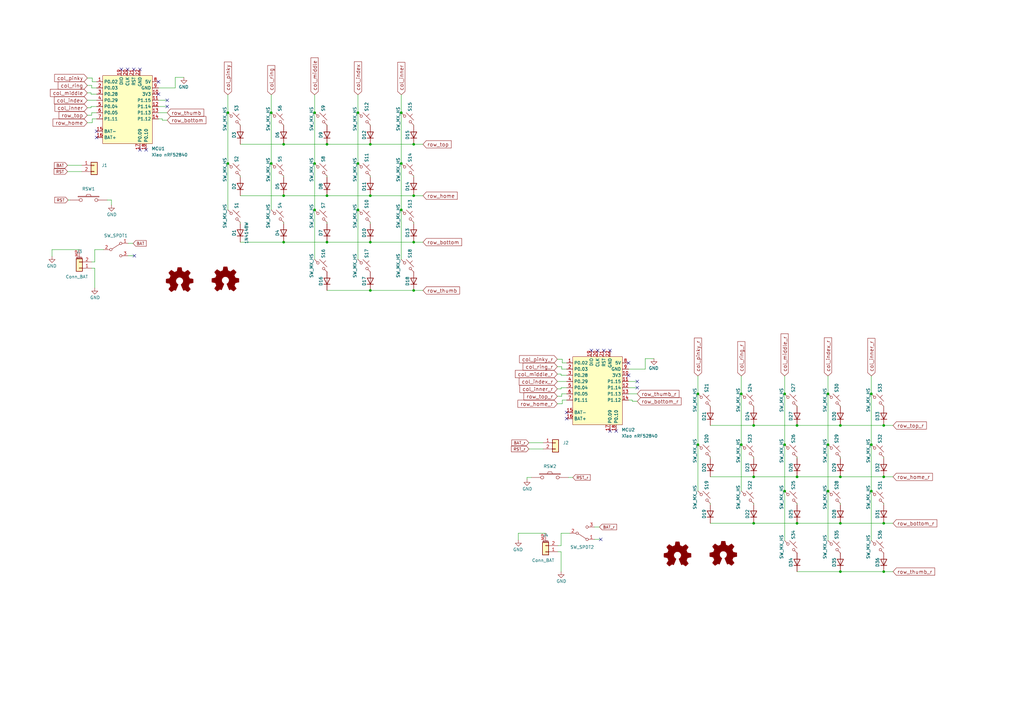
<source format=kicad_sch>
(kicad_sch (version 20231120) (generator "eeschema") (generator_version "8.0")
  (paper "A3")
  (junction (at 357.378 201.422))
  (junction (at 357.378 161.544))
  (junction (at 93.472 46.228))
  (junction (at 321.818 201.422))
  (junction (at 111.252 67.056))
  (junction (at 111.252 46.228))
  (junction (at 286.258 161.544))
  (junction (at 344.678 214.63))
  (junction (at 151.892 80.264))
  (junction (at 164.592 86.106))
  (junction (at 344.678 234.442))
  (junction (at 326.898 174.498))
  (junction (at 129.032 46.228))
  (junction (at 134.112 59.182))
  (junction (at 326.898 195.58))
  (junction (at 116.332 80.264))
  (junction (at 339.598 161.544))
  (junction (at 326.898 214.63))
  (junction (at 151.892 59.182))
  (junction (at 362.458 214.63))
  (junction (at 362.458 195.58))
  (junction (at 309.118 214.63))
  (junction (at 362.458 174.498))
  (junction (at 93.472 67.056))
  (junction (at 304.038 161.544))
  (junction (at 116.332 99.314))
  (junction (at 151.892 99.314))
  (junction (at 164.592 46.228))
  (junction (at 146.812 46.228))
  (junction (at 321.818 161.544))
  (junction (at 344.678 174.498))
  (junction (at 169.672 80.264))
  (junction (at 129.032 86.106))
  (junction (at 116.332 59.182))
  (junction (at 169.672 59.182))
  (junction (at 339.598 201.422))
  (junction (at 286.258 182.372))
  (junction (at 321.818 182.372))
  (junction (at 151.892 119.126))
  (junction (at 169.672 99.314))
  (junction (at 164.592 67.056))
  (junction (at 134.112 99.314))
  (junction (at 129.032 67.056))
  (junction (at 134.112 80.264))
  (junction (at 169.672 119.126))
  (junction (at 146.812 67.056))
  (junction (at 146.812 86.106))
  (junction (at 309.118 195.58))
  (junction (at 309.118 174.498))
  (junction (at 344.678 195.58))
  (junction (at 362.458 234.442))
  (junction (at 339.598 182.372))
  (junction (at 357.378 182.372))
  (junction (at 304.038 182.372))
  (no_connect (at 232.41 171.704))
  (no_connect (at 52.324 28.448))
  (no_connect (at 68.58 43.688))
  (no_connect (at 39.624 53.848))
  (no_connect (at 68.58 41.148))
  (no_connect (at 252.73 176.784))
  (no_connect (at 261.366 159.004))
  (no_connect (at 49.784 28.448))
  (no_connect (at 57.404 61.468))
  (no_connect (at 55.118 104.902))
  (no_connect (at 232.41 169.164))
  (no_connect (at 242.57 143.764))
  (no_connect (at 245.11 143.764))
  (no_connect (at 261.366 156.464))
  (no_connect (at 246.38 221.234))
  (no_connect (at 65.024 33.528))
  (no_connect (at 59.944 61.468))
  (no_connect (at 57.404 28.448))
  (no_connect (at 247.65 143.764))
  (no_connect (at 257.81 153.924))
  (no_connect (at 250.19 143.764))
  (no_connect (at 257.81 148.844))
  (no_connect (at 39.624 56.388))
  (no_connect (at 65.024 38.608))
  (no_connect (at 54.864 28.448))
  (no_connect (at 250.19 176.784))
  (wire (pts (xy 164.592 46.228) (xy 164.592 67.056)))
  (wire (pts (xy 344.678 195.58) (xy 362.458 195.58)))
  (wire (pts (xy 243.84 216.154) (xy 245.872 216.154)))
  (wire (pts (xy 169.672 80.264) (xy 173.482 80.264)))
  (wire (pts (xy 339.598 182.372) (xy 339.598 201.422)))
  (wire (pts (xy 111.252 46.228) (xy 111.252 67.056)))
  (wire (pts (xy 98.552 51.308) (xy 98.552 51.562)))
  (wire (pts (xy 164.592 38.862) (xy 164.592 46.228)))
  (wire (pts (xy 344.678 166.624) (xy 344.678 166.878)))
  (wire (pts (xy 164.592 67.056) (xy 164.592 86.106)))
  (wire (pts (xy 37.592 47.244) (xy 37.592 46.228)))
  (wire (pts (xy 309.118 206.502) (xy 309.118 207.01)))
  (wire (pts (xy 357.378 201.422) (xy 357.378 221.742)))
  (wire (pts (xy 309.118 214.63) (xy 326.898 214.63)))
  (wire (pts (xy 326.898 214.63) (xy 344.678 214.63)))
  (wire (pts (xy 228.6 150.368) (xy 230.378 150.368)))
  (wire (pts (xy 230.124 226.314) (xy 230.124 234.442)))
  (wire (pts (xy 321.818 182.372) (xy 321.818 201.422)))
  (wire (pts (xy 66.548 48.768) (xy 65.024 48.768)))
  (wire (pts (xy 362.458 166.624) (xy 362.458 166.878)))
  (wire (pts (xy 344.678 234.442) (xy 362.458 234.442)))
  (wire (pts (xy 259.334 164.084) (xy 257.81 164.084)))
  (wire (pts (xy 164.592 86.106) (xy 164.592 106.426)))
  (wire (pts (xy 37.592 36.068) (xy 39.624 36.068)))
  (wire (pts (xy 37.846 50.292) (xy 37.846 48.768)))
  (wire (pts (xy 169.672 91.186) (xy 169.672 91.694)))
  (wire (pts (xy 321.818 201.422) (xy 321.818 221.742)))
  (wire (pts (xy 169.672 99.314) (xy 173.482 99.314)))
  (wire (pts (xy 93.472 67.056) (xy 93.472 86.106)))
  (wire (pts (xy 264.668 151.384) (xy 257.81 151.384)))
  (wire (pts (xy 326.898 187.452) (xy 326.898 187.96)))
  (wire (pts (xy 344.678 214.63) (xy 362.458 214.63)))
  (wire (pts (xy 37.338 44.196) (xy 37.338 43.688)))
  (wire (pts (xy 134.112 80.264) (xy 151.892 80.264)))
  (wire (pts (xy 37.338 38.1) (xy 37.338 38.608)))
  (wire (pts (xy 216.916 184.15) (xy 222.758 184.15)))
  (wire (pts (xy 362.458 195.58) (xy 366.268 195.58)))
  (wire (pts (xy 230.378 150.368) (xy 230.378 151.384)))
  (wire (pts (xy 304.038 182.372) (xy 304.038 201.422)))
  (wire (pts (xy 344.678 187.452) (xy 344.678 187.96)))
  (wire (pts (xy 68.58 41.148) (xy 65.024 41.148)))
  (wire (pts (xy 27.94 82.042) (xy 28.702 82.042)))
  (wire (pts (xy 291.338 187.452) (xy 291.338 187.96)))
  (wire (pts (xy 326.898 206.502) (xy 326.898 207.01)))
  (wire (pts (xy 116.332 80.264) (xy 134.112 80.264)))
  (wire (pts (xy 111.252 67.056) (xy 111.252 86.106)))
  (wire (pts (xy 169.672 59.182) (xy 173.482 59.182)))
  (wire (pts (xy 129.032 46.228) (xy 129.032 67.056)))
  (wire (pts (xy 151.892 80.264) (xy 169.672 80.264)))
  (wire (pts (xy 35.814 44.196) (xy 37.338 44.196)))
  (wire (pts (xy 21.336 102.362) (xy 21.336 105.156)))
  (wire (pts (xy 326.898 234.442) (xy 344.678 234.442)))
  (wire (pts (xy 93.472 46.228) (xy 93.472 67.056)))
  (wire (pts (xy 111.252 38.862) (xy 111.252 46.228)))
  (wire (pts (xy 261.366 161.544) (xy 257.81 161.544)))
  (wire (pts (xy 223.774 218.694) (xy 212.598 218.694)))
  (wire (pts (xy 357.378 182.372) (xy 357.378 201.422)))
  (wire (pts (xy 362.458 206.502) (xy 362.458 207.01)))
  (wire (pts (xy 38.862 109.982) (xy 37.592 109.982)))
  (wire (pts (xy 357.378 154.178) (xy 357.378 161.544)))
  (wire (pts (xy 55.118 104.902) (xy 52.578 104.902)))
  (wire (pts (xy 93.472 38.862) (xy 93.472 46.228)))
  (wire (pts (xy 151.892 51.308) (xy 151.892 51.562)))
  (wire (pts (xy 38.862 102.362) (xy 42.418 102.362)))
  (wire (pts (xy 259.334 164.592) (xy 259.334 164.084)))
  (wire (pts (xy 362.458 187.452) (xy 362.458 187.96)))
  (wire (pts (xy 71.882 36.068) (xy 65.024 36.068)))
  (wire (pts (xy 291.338 166.624) (xy 291.338 166.878)))
  (wire (pts (xy 134.112 99.314) (xy 151.892 99.314)))
  (wire (pts (xy 228.6 156.464) (xy 232.41 156.464)))
  (wire (pts (xy 32.512 102.362) (xy 21.336 102.362)))
  (wire (pts (xy 228.6 162.56) (xy 230.378 162.56)))
  (wire (pts (xy 116.332 99.314) (xy 134.112 99.314)))
  (wire (pts (xy 261.366 164.592) (xy 259.334 164.592)))
  (wire (pts (xy 27.686 70.358) (xy 33.528 70.358)))
  (wire (pts (xy 151.892 119.126) (xy 169.672 119.126)))
  (wire (pts (xy 68.58 43.688) (xy 65.024 43.688)))
  (wire (pts (xy 326.898 166.624) (xy 326.898 166.878)))
  (wire (pts (xy 129.032 86.106) (xy 129.032 106.426)))
  (wire (pts (xy 37.846 48.768) (xy 39.624 48.768)))
  (wire (pts (xy 98.552 99.314) (xy 116.332 99.314)))
  (wire (pts (xy 173.482 119.126) (xy 169.672 119.126)))
  (wire (pts (xy 35.814 50.292) (xy 37.846 50.292)))
  (wire (pts (xy 230.378 161.544) (xy 232.41 161.544)))
  (wire (pts (xy 151.892 72.136) (xy 151.892 72.644)))
  (wire (pts (xy 230.378 151.384) (xy 232.41 151.384)))
  (wire (pts (xy 116.332 59.182) (xy 134.112 59.182)))
  (wire (pts (xy 344.678 174.498) (xy 362.458 174.498)))
  (wire (pts (xy 151.892 99.314) (xy 169.672 99.314)))
  (wire (pts (xy 230.124 159.512) (xy 230.124 159.004)))
  (wire (pts (xy 362.458 214.63) (xy 366.268 214.63)))
  (wire (pts (xy 35.814 38.1) (xy 37.338 38.1)))
  (wire (pts (xy 169.672 72.136) (xy 169.672 72.644)))
  (wire (pts (xy 286.258 154.178) (xy 286.258 161.544)))
  (wire (pts (xy 268.224 147.066) (xy 264.668 147.066)))
  (wire (pts (xy 68.58 46.228) (xy 65.024 46.228)))
  (wire (pts (xy 66.548 49.276) (xy 66.548 48.768)))
  (wire (pts (xy 230.632 165.608) (xy 230.632 164.084)))
  (wire (pts (xy 228.6 159.512) (xy 230.124 159.512)))
  (wire (pts (xy 169.672 51.308) (xy 169.672 51.562)))
  (wire (pts (xy 146.812 38.862) (xy 146.812 46.228)))
  (wire (pts (xy 45.72 82.042) (xy 43.942 82.042)))
  (wire (pts (xy 309.118 195.58) (xy 326.898 195.58)))
  (wire (pts (xy 52.578 99.822) (xy 54.61 99.822)))
  (wire (pts (xy 216.154 195.834) (xy 217.932 195.834)))
  (wire (pts (xy 230.378 162.56) (xy 230.378 161.544)))
  (wire (pts (xy 339.598 161.544) (xy 339.598 182.372)))
  (wire (pts (xy 35.814 32.004) (xy 37.846 32.004)))
  (wire (pts (xy 309.118 174.498) (xy 326.898 174.498)))
  (wire (pts (xy 37.592 46.228) (xy 39.624 46.228)))
  (wire (pts (xy 75.438 31.75) (xy 71.882 31.75)))
  (wire (pts (xy 38.862 102.362) (xy 38.862 107.442)))
  (wire (pts (xy 98.552 80.264) (xy 116.332 80.264)))
  (wire (pts (xy 291.338 206.502) (xy 291.338 207.01)))
  (wire (pts (xy 230.124 153.924) (xy 232.41 153.924)))
  (wire (pts (xy 304.038 154.178) (xy 304.038 161.544)))
  (wire (pts (xy 246.38 221.234) (xy 243.84 221.234)))
  (wire (pts (xy 326.898 195.58) (xy 344.678 195.58)))
  (wire (pts (xy 71.882 31.75) (xy 71.882 36.068)))
  (wire (pts (xy 35.814 47.244) (xy 37.592 47.244)))
  (wire (pts (xy 37.592 35.052) (xy 37.592 36.068)))
  (wire (pts (xy 366.268 234.442) (xy 362.458 234.442)))
  (wire (pts (xy 230.124 218.694) (xy 230.124 223.774)))
  (wire (pts (xy 291.338 214.63) (xy 309.118 214.63)))
  (wire (pts (xy 37.338 38.608) (xy 39.624 38.608)))
  (wire (pts (xy 228.6 153.416) (xy 230.124 153.416)))
  (wire (pts (xy 321.818 154.178) (xy 321.818 161.544)))
  (wire (pts (xy 151.892 91.186) (xy 151.892 91.694)))
  (wire (pts (xy 68.58 49.276) (xy 66.548 49.276)))
  (wire (pts (xy 291.338 195.58) (xy 309.118 195.58)))
  (wire (pts (xy 230.632 147.32) (xy 230.632 148.844)))
  (wire (pts (xy 116.332 72.136) (xy 116.332 72.644)))
  (wire (pts (xy 37.338 43.688) (xy 39.624 43.688)))
  (wire (pts (xy 35.814 41.148) (xy 39.624 41.148)))
  (wire (pts (xy 357.378 161.544) (xy 357.378 182.372)))
  (wire (pts (xy 339.598 154.178) (xy 339.598 161.544)))
  (wire (pts (xy 134.112 51.308) (xy 134.112 51.562)))
  (wire (pts (xy 291.338 174.498) (xy 309.118 174.498)))
  (wire (pts (xy 326.898 174.498) (xy 344.678 174.498)))
  (wire (pts (xy 134.112 91.186) (xy 134.112 91.694)))
  (wire (pts (xy 116.332 51.308) (xy 116.332 51.562)))
  (wire (pts (xy 286.258 161.544) (xy 286.258 182.372)))
  (wire (pts (xy 37.846 32.004) (xy 37.846 33.528)))
  (wire (pts (xy 321.818 161.544) (xy 321.818 182.372)))
  (wire (pts (xy 264.668 147.066) (xy 264.668 151.384)))
  (wire (pts (xy 228.6 147.32) (xy 230.632 147.32)))
  (wire (pts (xy 228.6 165.608) (xy 230.632 165.608)))
  (wire (pts (xy 230.124 218.694) (xy 233.68 218.694)))
  (wire (pts (xy 339.598 201.422) (xy 339.598 221.742)))
  (wire (pts (xy 234.95 195.834) (xy 233.172 195.834)))
  (wire (pts (xy 261.366 156.464) (xy 257.81 156.464)))
  (wire (pts (xy 212.598 218.694) (xy 212.598 221.488)))
  (wire (pts (xy 309.118 166.624) (xy 309.118 166.878)))
  (wire (pts (xy 129.032 67.056) (xy 129.032 86.106)))
  (wire (pts (xy 98.552 91.186) (xy 98.552 91.694)))
  (wire (pts (xy 216.154 196.596) (xy 216.154 195.834)))
  (wire (pts (xy 230.124 226.314) (xy 228.854 226.314)))
  (wire (pts (xy 116.332 91.186) (xy 116.332 91.694)))
  (wire (pts (xy 38.862 107.442) (xy 37.592 107.442)))
  (wire (pts (xy 38.862 109.982) (xy 38.862 118.11)))
  (wire (pts (xy 362.458 174.498) (xy 366.268 174.498)))
  (wire (pts (xy 261.366 159.004) (xy 257.81 159.004)))
  (wire (pts (xy 45.72 84.074) (xy 45.72 82.042)))
  (wire (pts (xy 309.118 187.452) (xy 309.118 187.96)))
  (wire (pts (xy 230.632 148.844) (xy 232.41 148.844)))
  (wire (pts (xy 134.112 119.126) (xy 151.892 119.126)))
  (wire (pts (xy 151.892 59.182) (xy 169.672 59.182)))
  (wire (pts (xy 98.552 59.182) (xy 116.332 59.182)))
  (wire (pts (xy 35.814 35.052) (xy 37.592 35.052)))
  (wire (pts (xy 304.038 161.544) (xy 304.038 182.372)))
  (wire (pts (xy 98.552 72.136) (xy 98.552 72.644)))
  (wire (pts (xy 230.124 159.004) (xy 232.41 159.004)))
  (wire (pts (xy 230.124 223.774) (xy 228.854 223.774)))
  (wire (pts (xy 286.258 182.372) (xy 286.258 201.422)))
  (wire (pts (xy 216.916 181.61) (xy 222.758 181.61)))
  (wire (pts (xy 344.678 206.502) (xy 344.678 207.01)))
  (wire (pts (xy 230.124 153.416) (xy 230.124 153.924)))
  (wire (pts (xy 146.812 67.056) (xy 146.812 86.106)))
  (wire (pts (xy 230.632 164.084) (xy 232.41 164.084)))
  (wire (pts (xy 134.112 72.136) (xy 134.112 72.644)))
  (wire (pts (xy 129.032 38.862) (xy 129.032 46.228)))
  (wire (pts (xy 134.112 59.182) (xy 151.892 59.182)))
  (wire (pts (xy 146.812 86.106) (xy 146.812 106.426)))
  (wire (pts (xy 37.846 33.528) (xy 39.624 33.528)))
  (wire (pts (xy 27.686 67.818) (xy 33.528 67.818)))
  (wire (pts (xy 146.812 46.228) (xy 146.812 67.056)))
  (global_label "RST_r" (shape input) (at 234.95 195.834 0) (effects (font (size 1.1938 1.1938))) (property "Intersheetrefs" "${INTERSHEET_REFS}" (effects (hide yes))))
  (global_label "row_top" (shape input) (at 173.482 59.182 0) (effects (font (size 1.524 1.524))) (property "Intersheetrefs" "${INTERSHEET_REFS}" (effects (hide yes))))
  (global_label "row_home" (shape input) (at 173.482 80.264 0) (effects (font (size 1.524 1.524))) (property "Intersheetrefs" "${INTERSHEET_REFS}" (effects (hide yes))))
  (global_label "BAT_r" (shape input) (at 245.872 216.154 0) (effects (font (size 1.1938 1.1938))) (property "Intersheetrefs" "${INTERSHEET_REFS}" (effects (hide yes))))
  (global_label "RST_r" (shape input) (at 216.916 184.15 180) (effects (font (size 1.1938 1.1938))) (property "Intersheetrefs" "${INTERSHEET_REFS}" (effects (hide yes))))
  (global_label "col_pinky" (shape input) (at 35.814 32.004 180) (effects (font (size 1.524 1.524))) (property "Intersheetrefs" "${INTERSHEET_REFS}" (effects (hide yes))))
  (global_label "row_top_r" (shape input) (at 366.268 174.498 0) (effects (font (size 1.524 1.524))) (property "Intersheetrefs" "${INTERSHEET_REFS}" (effects (hide yes))))
  (global_label "col_pinky_r" (shape input) (at 286.258 154.178 90) (effects (font (size 1.524 1.524))) (property "Intersheetrefs" "${INTERSHEET_REFS}" (effects (hide yes))))
  (global_label "col_index_r" (shape input) (at 339.598 154.178 90) (effects (font (size 1.524 1.524))) (property "Intersheetrefs" "${INTERSHEET_REFS}" (effects (hide yes))))
  (global_label "row_thumb" (shape input) (at 68.58 46.228 0) (effects (font (size 1.524 1.524))) (property "Intersheetrefs" "${INTERSHEET_REFS}" (effects (hide yes))))
  (global_label "row_top_r" (shape input) (at 228.6 162.56 180) (effects (font (size 1.524 1.524))) (property "Intersheetrefs" "${INTERSHEET_REFS}" (effects (hide yes))))
  (global_label "col_middle_r" (shape input) (at 228.6 153.416 180) (effects (font (size 1.524 1.524))) (property "Intersheetrefs" "${INTERSHEET_REFS}" (effects (hide yes))))
  (global_label "BAT" (shape input) (at 27.686 67.818 180) (effects (font (size 1.1938 1.1938))) (property "Intersheetrefs" "${INTERSHEET_REFS}" (effects (hide yes))))
  (global_label "col_inner_r" (shape input) (at 357.378 154.178 90) (effects (font (size 1.524 1.524))) (property "Intersheetrefs" "${INTERSHEET_REFS}" (effects (hide yes))))
  (global_label "col_pinky" (shape input) (at 93.472 38.862 90) (effects (font (size 1.524 1.524))) (property "Intersheetrefs" "${INTERSHEET_REFS}" (effects (hide yes))))
  (global_label "RST" (shape input) (at 27.94 82.042 180) (effects (font (size 1.1938 1.1938))) (property "Intersheetrefs" "${INTERSHEET_REFS}" (effects (hide yes))))
  (global_label "col_inner" (shape input) (at 164.592 38.862 90) (effects (font (size 1.524 1.524))) (property "Intersheetrefs" "${INTERSHEET_REFS}" (effects (hide yes))))
  (global_label "col_pinky_r" (shape input) (at 228.6 147.32 180) (effects (font (size 1.524 1.524))) (property "Intersheetrefs" "${INTERSHEET_REFS}" (effects (hide yes))))
  (global_label "col_ring" (shape input) (at 111.252 38.862 90) (effects (font (size 1.524 1.524))) (property "Intersheetrefs" "${INTERSHEET_REFS}" (effects (hide yes))))
  (global_label "row_bottom" (shape input) (at 173.482 99.314 0) (effects (font (size 1.524 1.524))) (property "Intersheetrefs" "${INTERSHEET_REFS}" (effects (hide yes))))
  (global_label "col_index" (shape input) (at 35.814 41.148 180) (effects (font (size 1.524 1.524))) (property "Intersheetrefs" "${INTERSHEET_REFS}" (effects (hide yes))))
  (global_label "RST" (shape input) (at 27.686 70.358 180) (effects (font (size 1.1938 1.1938))) (property "Intersheetrefs" "${INTERSHEET_REFS}" (effects (hide yes))))
  (global_label "col_ring_r" (shape input) (at 228.6 150.368 180) (effects (font (size 1.524 1.524))) (property "Intersheetrefs" "${INTERSHEET_REFS}" (effects (hide yes))))
  (global_label "BAT" (shape input) (at 54.61 99.822 0) (effects (font (size 1.1938 1.1938))) (property "Intersheetrefs" "${INTERSHEET_REFS}" (effects (hide yes))))
  (global_label "col_middle" (shape input) (at 35.814 38.1 180) (effects (font (size 1.524 1.524))) (property "Intersheetrefs" "${INTERSHEET_REFS}" (effects (hide yes))))
  (global_label "row_bottom_r" (shape input) (at 366.268 214.63 0) (effects (font (size 1.524 1.524))) (property "Intersheetrefs" "${INTERSHEET_REFS}" (effects (hide yes))))
  (global_label "row_thumb" (shape input) (at 173.482 119.126 0) (effects (font (size 1.524 1.524))) (property "Intersheetrefs" "${INTERSHEET_REFS}" (effects (hide yes))))
  (global_label "col_ring_r" (shape input) (at 304.038 154.178 90) (effects (font (size 1.524 1.524))) (property "Intersheetrefs" "${INTERSHEET_REFS}" (effects (hide yes))))
  (global_label "col_index" (shape input) (at 146.812 38.862 90) (effects (font (size 1.524 1.524))) (property "Intersheetrefs" "${INTERSHEET_REFS}" (effects (hide yes))))
  (global_label "col_inner_r" (shape input) (at 228.6 159.512 180) (effects (font (size 1.524 1.524))) (property "Intersheetrefs" "${INTERSHEET_REFS}" (effects (hide yes))))
  (global_label "row_home_r" (shape input) (at 228.6 165.608 180) (effects (font (size 1.524 1.524))) (property "Intersheetrefs" "${INTERSHEET_REFS}" (effects (hide yes))))
  (global_label "row_home" (shape input) (at 35.814 50.292 180) (effects (font (size 1.524 1.524))) (property "Intersheetrefs" "${INTERSHEET_REFS}" (effects (hide yes))))
  (global_label "col_middle" (shape input) (at 129.032 38.862 90) (effects (font (size 1.524 1.524))) (property "Intersheetrefs" "${INTERSHEET_REFS}" (effects (hide yes))))
  (global_label "row_thumb_r" (shape input) (at 261.366 161.544 0) (effects (font (size 1.524 1.524))) (property "Intersheetrefs" "${INTERSHEET_REFS}" (effects (hide yes))))
  (global_label "row_bottom_r" (shape input) (at 261.366 164.592 0) (effects (font (size 1.524 1.524))) (property "Intersheetrefs" "${INTERSHEET_REFS}" (effects (hide yes))))
  (global_label "col_ring" (shape input) (at 35.814 35.052 180) (effects (font (size 1.524 1.524))) (property "Intersheetrefs" "${INTERSHEET_REFS}" (effects (hide yes))))
  (global_label "col_index_r" (shape input) (at 228.6 156.464 180) (effects (font (size 1.524 1.524))) (property "Intersheetrefs" "${INTERSHEET_REFS}" (effects (hide yes))))
  (global_label "col_inner" (shape input) (at 35.814 44.196 180) (effects (font (size 1.524 1.524))) (property "Intersheetrefs" "${INTERSHEET_REFS}" (effects (hide yes))))
  (global_label "row_bottom" (shape input) (at 68.58 49.276 0) (effects (font (size 1.524 1.524))) (property "Intersheetrefs" "${INTERSHEET_REFS}" (effects (hide yes))))
  (global_label "row_home_r" (shape input) (at 366.268 195.58 0) (effects (font (size 1.524 1.524))) (property "Intersheetrefs" "${INTERSHEET_REFS}" (effects (hide yes))))
  (global_label "row_top" (shape input) (at 35.814 47.244 180) (effects (font (size 1.524 1.524))) (property "Intersheetrefs" "${INTERSHEET_REFS}" (effects (hide yes))))
  (global_label "BAT_r" (shape input) (at 216.916 181.61 180) (effects (font (size 1.1938 1.1938))) (property "Intersheetrefs" "${INTERSHEET_REFS}" (effects (hide yes))))
  (global_label "row_thumb_r" (shape input) (at 366.268 234.442 0) (effects (font (size 1.524 1.524))) (property "Intersheetrefs" "${INTERSHEET_REFS}" (effects (hide yes))))
  (global_label "col_middle_r" (shape input) (at 321.818 154.178 90) (effects (font (size 1.524 1.524))) (property "Intersheetrefs" "${INTERSHEET_REFS}" (effects (hide yes))))
  (symbol (lib_id "Device:D") (at 134.112 55.372 90) (unit 1)
    (property "Reference" "D9" (at 131.572 55.372 0))
    (property "Value" "1N4148W" (effects (hide yes)))
    (property "Footprint" "TB2086_SMD:D3_SMD" (effects (hide yes)))
    (property "Sim.Device" "D" (effects (hide yes)))
    (property "Sim.Pins" "1=K 2=A" (effects (hide yes)))
  )
  (symbol (lib_id "Device:D") (at 326.898 170.688 90) (unit 1)
    (property "Reference" "D27" (at 324.358 170.688 0))
    (property "Value" "1N4148W" (effects (hide yes)))
    (property "Footprint" "TB2086_SMD:D3_SMD" (effects (hide yes)))
    (property "Sim.Device" "D" (effects (hide yes)))
    (property "Sim.Pins" "1=K 2=A" (effects (hide yes)))
  )
  (symbol (lib_id "Device:D") (at 291.338 170.688 90) (unit 1)
    (property "Reference" "D21" (at 288.798 170.688 0))
    (property "Value" "1N4148W" (effects (hide yes)))
    (property "Footprint" "TB2086_SMD:D3_SMD" (effects (hide yes)))
    (property "Sim.Device" "D" (effects (hide yes)))
    (property "Sim.Pins" "1=K 2=A" (effects (hide yes)))
  )
  (symbol (lib_id "Device:D") (at 116.332 76.454 90) (unit 1)
    (property "Reference" "D5" (at 113.792 76.454 0))
    (property "Value" "1N4148W" (effects (hide yes)))
    (property "Footprint" "TB2086_SMD:D3_SMD" (effects (hide yes)))
    (property "Sim.Device" "D" (effects (hide yes)))
    (property "Sim.Pins" "1=K 2=A" (effects (hide yes)))
  )
  (symbol (lib_id "TB2086_KEYSWITCH:SW_MX_HS") (at 342.138 224.282 270) (mirror x) (unit 1)
    (property "Reference" "S35" (at 343.154 221.234 0) (effects (justify left)))
    (property "Value" "SW_MX_HS" (at 338.328 224.282 0))
    (property "Footprint" "TB2086_KEYSWITCH:SW_MX_HS_1u_reversible" (effects (hide yes)))
    (property "Description" "Push button switch, normally open, two pins, 45° tilted" (effects (hide yes)))
  )
  (symbol (lib_id "Connector_Generic:Conn_01x02") (at 38.608 67.818 0) (unit 1)
    (property "Reference" "J1" (at 41.656 67.8179 0) (effects (justify left)))
    (property "Value" "Conn_01x02" (effects (hide yes)))
    (property "Footprint" "TB2086_MISC:Tag_Pogopin_1x02_P2.54mm" (effects (hide yes)))
    (property "Description" "Generic connector, single row, 01x02, script generated (kicad-library-utils/schlib/autogen/connector/)" (effects (hide yes)))
  )
  (symbol (lib_id "TB2086_KEYSWITCH:SW_MX_HS") (at 324.358 224.282 270) (mirror x) (unit 1)
    (property "Reference" "S34" (at 325.374 221.234 0) (effects (justify left)))
    (property "Value" "SW_MX_HS" (at 320.548 224.282 0))
    (property "Footprint" "TB2086_KEYSWITCH:SW_MX_HS_1u_reversible" (effects (hide yes)))
    (property "Description" "Push button switch, normally open, two pins, 45° tilted" (effects (hide yes)))
  )
  (symbol (lib_id "Device:D") (at 326.898 210.82 90) (unit 1)
    (property "Reference" "D25" (at 324.358 210.82 0))
    (property "Value" "1N4148W" (effects (hide yes)))
    (property "Footprint" "TB2086_SMD:D3_SMD" (effects (hide yes)))
    (property "Sim.Device" "D" (effects (hide yes)))
    (property "Sim.Pins" "1=K 2=A" (effects (hide yes)))
  )
  (symbol (lib_id "TB2086_KEYSWITCH:SW_MX_HS") (at 342.138 184.912 270) (mirror x) (unit 1)
    (property "Reference" "S29" (at 343.154 181.864 0) (effects (justify left)))
    (property "Value" "SW_MX_HS" (at 338.328 184.912 0))
    (property "Footprint" "TB2086_KEYSWITCH:SW_MX_HS_1u_reversible" (effects (hide yes)))
    (property "Description" "Push button switch, normally open, two pins, 45° tilted" (effects (hide yes)))
  )
  (symbol (lib_id "Device:D") (at 116.332 55.372 90) (unit 1)
    (property "Reference" "D6" (at 113.792 55.372 0))
    (property "Value" "1N4148W" (effects (hide yes)))
    (property "Footprint" "TB2086_SMD:D3_SMD" (effects (hide yes)))
    (property "Sim.Device" "D" (effects (hide yes)))
    (property "Sim.Pins" "1=K 2=A" (effects (hide yes)))
  )
  (symbol (lib_id "Graphic:Logo_Open_Hardware_Small") (at 296.672 227.584 0) (unit 1) (exclude_from_sim yes) (in_bom no) (on_board no)
    (property "Reference" "LOGO4" (effects (hide yes)))
    (property "Value" "Logo_Open_Hardware_Small" (effects (hide yes)))
    (property "Footprint" "TB2086_MISC:OSHW-Logo_5.7x6mm_SilkScreen" (effects (hide yes)))
    (property "Description" "Open Hardware logo, small" (effects (hide yes)))
  )
  (symbol (lib_id "Device:D") (at 362.458 230.632 90) (unit 1)
    (property "Reference" "D36" (at 359.918 230.632 0))
    (property "Value" "1N4148W" (effects (hide yes)))
    (property "Footprint" "TB2086_SMD:D3_SMD" (effects (hide yes)))
    (property "Sim.Device" "D" (effects (hide yes)))
    (property "Sim.Pins" "1=K 2=A" (effects (hide yes)))
  )
  (symbol (lib_id "Device:D") (at 116.332 95.504 90) (unit 1)
    (property "Reference" "D4" (at 113.792 95.504 0))
    (property "Value" "1N4148W" (effects (hide yes)))
    (property "Footprint" "TB2086_SMD:D3_SMD" (effects (hide yes)))
    (property "Sim.Device" "D" (effects (hide yes)))
    (property "Sim.Pins" "1=K 2=A" (effects (hide yes)))
  )
  (symbol (lib_id "Connector_Generic_MountingPin:Conn_01x02_MountingPin") (at 223.774 226.314 180) (unit 1)
    (property "Reference" "J4" (at 223.774 219.4941 0))
    (property "Value" "Conn_BAT" (at 222.7834 229.8446 0))
    (property "Footprint" "TB2086_SMD:Molex_Pico-EZmate_78171-0002_1x02-1MP_P1.20mm_HandSolder" (effects (hide yes)))
    (property "Description" "Generic connectable mounting pin connector, single row, 01x02, script generated (kicad-library-utils/schlib/autogen/connector/)" (effects (hide yes)))
  )
  (symbol (lib_id "power:GND") (at 230.124 234.442 0) (mirror y) (unit 1)
    (property "Reference" "#PWR08" (effects (hide yes)))
    (property "Value" "GND" (at 230.251 238.379 0))
  )
  (symbol (lib_id "TB2086_KEYSWITCH:SW_MX_HS") (at 288.798 164.084 270) (mirror x) (unit 1)
    (property "Reference" "S21" (at 289.814 161.036 0) (effects (justify left)))
    (property "Value" "SW_MX_HS" (at 284.988 164.084 0))
    (property "Footprint" "TB2086_KEYSWITCH:SW_MX_HS_1u_reversible" (effects (hide yes)))
    (property "Description" "Push button switch, normally open, two pins, 45° tilted" (effects (hide yes)))
  )
  (symbol (lib_id "power:GND") (at 561.34 21.59 0) (unit 1)
    (property "Reference" "#PWR023" (effects (hide yes)))
    (property "Value" "GND" (at 561.34 25.4 0))
  )
  (symbol (lib_id "TB2086_KEYSWITCH:SW_MX_HS") (at 149.352 48.768 270) (mirror x) (unit 1)
    (property "Reference" "S12" (at 150.368 45.72 0) (effects (justify left)))
    (property "Value" "SW_MX_HS" (at 145.542 48.768 0))
    (property "Footprint" "TB2086_KEYSWITCH:SW_MX_HS_1u_reversible" (effects (hide yes)))
    (property "Description" "Push button switch, normally open, two pins, 45° tilted" (effects (hide yes)))
  )
  (symbol (lib_id "Switch:SW_SPDT") (at 47.498 102.362 0) (unit 1)
    (property "Reference" "SW_SPDT1" (effects (hide yes)))
    (property "Value" "SW_SPDT1" (at 47.498 96.647 0))
    (property "Footprint" "TB2086_SMD:SW_SPDT_PCM12" (effects (hide yes)))
  )
  (symbol (lib_id "Device:D") (at 344.678 170.688 90) (unit 1)
    (property "Reference" "D30" (at 342.138 170.688 0))
    (property "Value" "1N4148W" (effects (hide yes)))
    (property "Footprint" "TB2086_SMD:D3_SMD" (effects (hide yes)))
    (property "Sim.Device" "D" (effects (hide yes)))
    (property "Sim.Pins" "1=K 2=A" (effects (hide yes)))
  )
  (symbol (lib_id "Connector_Generic:Conn_01x02") (at 227.838 181.61 0) (unit 1)
    (property "Reference" "J2" (at 230.886 181.6099 0) (effects (justify left)))
    (property "Value" "Conn_01x02" (effects (hide yes)))
    (property "Footprint" "TB2086_MISC:Tag_Pogopin_1x02_P2.54mm" (effects (hide yes)))
    (property "Description" "Generic connector, single row, 01x02, script generated (kicad-library-utils/schlib/autogen/connector/)" (effects (hide yes)))
  )
  (symbol (lib_id "TB2086_MCU:xiao_nRF52840") (at 245.11 162.814 0) (unit 1) (in_bom no)
    (property "Reference" "MCU2" (at 254.9241 176.276 0) (effects (justify left)))
    (property "Value" "Xiao nRF52840" (at 254.9241 178.816 0) (effects (justify left)))
    (property "Footprint" "TB2086_G_MCU:Xiao_nRF52840_edgecut" (effects (hide yes)))
    (property "Description" "Symbol for a Seeeduino Xiao nRF52840" (effects (hide yes)))
  )
  (symbol (lib_id "Device:D") (at 362.458 170.688 90) (unit 1)
    (property "Reference" "D33" (at 359.918 170.688 0))
    (property "Value" "1N4148W" (effects (hide yes)))
    (property "Footprint" "TB2086_SMD:D3_SMD" (effects (hide yes)))
    (property "Sim.Device" "D" (effects (hide yes)))
    (property "Sim.Pins" "1=K 2=A" (effects (hide yes)))
  )
  (symbol (lib_id "power:PWR_FLAG") (at 571.5 21.59 180) (unit 1)
    (property "Reference" "#FLG02" (effects (hide yes)))
    (property "Value" "PWR_FLAG" (at 571.5 25.4 0))
  )
  (symbol (lib_id "TB2086_KEYSWITCH:SW_MX_HS") (at 288.798 184.912 270) (mirror x) (unit 1)
    (property "Reference" "S20" (at 289.814 181.864 0) (effects (justify left)))
    (property "Value" "SW_MX_HS" (at 284.988 184.912 0))
    (property "Footprint" "TB2086_KEYSWITCH:SW_MX_HS_1u_reversible" (effects (hide yes)))
    (property "Description" "Push button switch, normally open, two pins, 45° tilted" (effects (hide yes)))
  )
  (symbol (lib_id "Device:D") (at 169.672 55.372 90) (unit 1)
    (property "Reference" "D15" (at 167.132 55.372 0))
    (property "Value" "1N4148W" (effects (hide yes)))
    (property "Footprint" "TB2086_SMD:D3_SMD" (effects (hide yes)))
    (property "Sim.Device" "D" (effects (hide yes)))
    (property "Sim.Pins" "1=K 2=A" (effects (hide yes)))
  )
  (symbol (lib_id "Device:D") (at 151.892 95.504 90) (unit 1)
    (property "Reference" "D10" (at 149.352 95.504 0))
    (property "Value" "1N4148W" (effects (hide yes)))
    (property "Footprint" "TB2086_SMD:D3_SMD" (effects (hide yes)))
    (property "Sim.Device" "D" (effects (hide yes)))
    (property "Sim.Pins" "1=K 2=A" (effects (hide yes)))
  )
  (symbol (lib_id "Device:D") (at 309.118 210.82 90) (unit 1)
    (property "Reference" "D22" (at 306.578 210.82 0))
    (property "Value" "1N4148W" (effects (hide yes)))
    (property "Footprint" "TB2086_SMD:D3_SMD" (effects (hide yes)))
    (property "Sim.Device" "D" (effects (hide yes)))
    (property "Sim.Pins" "1=K 2=A" (effects (hide yes)))
  )
  (symbol (lib_id "Device:D") (at 134.112 95.504 90) (unit 1)
    (property "Reference" "D7" (at 131.572 95.504 0))
    (property "Value" "1N4148W" (effects (hide yes)))
    (property "Footprint" "TB2086_SMD:D3_SMD" (effects (hide yes)))
    (property "Sim.Device" "D" (effects (hide yes)))
    (property "Sim.Pins" "1=K 2=A" (effects (hide yes)))
  )
  (symbol (lib_id "TB2086_KEYSWITCH:SW_MX_HS") (at 167.132 69.596 270) (mirror x) (unit 1)
    (property "Reference" "S14" (at 168.148 66.548 0) (effects (justify left)))
    (property "Value" "SW_MX_HS" (at 163.322 69.596 0))
    (property "Footprint" "TB2086_KEYSWITCH:SW_MX_HS_1u_reversible" (effects (hide yes)))
    (property "Description" "Push button switch, normally open, two pins, 45° tilted" (effects (hide yes)))
  )
  (symbol (lib_id "power:GND") (at 212.598 221.488 0) (unit 1)
    (property "Reference" "#PWR05" (effects (hide yes)))
    (property "Value" "GND" (at 212.471 225.425 0))
  )
  (symbol (lib_id "Device:D") (at 98.552 55.372 90) (unit 1)
    (property "Reference" "D3" (at 96.012 55.372 0))
    (property "Value" "1N4148W" (effects (hide yes)))
    (property "Footprint" "TB2086_SMD:D3_SMD" (effects (hide yes)))
    (property "Sim.Device" "D" (effects (hide yes)))
    (property "Sim.Pins" "1=K 2=A" (effects (hide yes)))
  )
  (symbol (lib_id "TB2086_KEYSWITCH:SW_MX_HS") (at 359.918 184.912 270) (mirror x) (unit 1)
    (property "Reference" "S32" (at 360.934 181.864 0) (effects (justify left)))
    (property "Value" "SW_MX_HS" (at 356.108 184.912 0))
    (property "Footprint" "TB2086_KEYSWITCH:SW_MX_HS_1u_reversible" (effects (hide yes)))
    (property "Description" "Push button switch, normally open, two pins, 45° tilted" (effects (hide yes)))
  )
  (symbol (lib_id "Device:D") (at 169.672 115.316 90) (unit 1)
    (property "Reference" "D18" (at 167.132 115.316 0))
    (property "Value" "1N4148W" (effects (hide yes)))
    (property "Footprint" "TB2086_SMD:D3_SMD" (effects (hide yes)))
    (property "Sim.Device" "D" (effects (hide yes)))
    (property "Sim.Pins" "1=K 2=A" (effects (hide yes)))
  )
  (symbol (lib_id "TB2086_KEYSWITCH:SW_MX_HS") (at 288.798 203.962 270) (mirror x) (unit 1)
    (property "Reference" "S19" (at 289.814 200.914 0) (effects (justify left)))
    (property "Value" "SW_MX_HS" (at 284.988 203.962 0))
    (property "Footprint" "TB2086_KEYSWITCH:SW_MX_HS_1u_reversible" (effects (hide yes)))
    (property "Description" "Push button switch, normally open, two pins, 45° tilted" (effects (hide yes)))
  )
  (symbol (lib_id "TB2086_KEYSWITCH:SW_MX_HS") (at 131.572 108.966 270) (mirror x) (unit 1)
    (property "Reference" "S16" (at 132.588 105.918 0) (effects (justify left)))
    (property "Value" "SW_MX_HS" (at 127.762 108.966 0))
    (property "Footprint" "TB2086_KEYSWITCH:SW_MX_HS_1u_reversible" (effects (hide yes)))
    (property "Description" "Push button switch, normally open, two pins, 45° tilted" (effects (hide yes)))
  )
  (symbol (lib_id "TB2086_KEYSWITCH:SW_MX_HS") (at 359.918 164.084 270) (mirror x) (unit 1)
    (property "Reference" "S33" (at 360.934 161.036 0) (effects (justify left)))
    (property "Value" "SW_MX_HS" (at 356.108 164.084 0))
    (property "Footprint" "TB2086_KEYSWITCH:SW_MX_HS_1u_reversible" (effects (hide yes)))
    (property "Description" "Push button switch, normally open, two pins, 45° tilted" (effects (hide yes)))
  )
  (symbol (lib_id "TB2086_KEYSWITCH:SW_MX_HS") (at 131.572 88.646 270) (mirror x) (unit 1)
    (property "Reference" "S7" (at 132.588 85.598 0) (effects (justify left)))
    (property "Value" "SW_MX_HS" (at 127.762 88.646 0))
    (property "Footprint" "TB2086_KEYSWITCH:SW_MX_HS_1u_reversible" (effects (hide yes)))
    (property "Description" "Push button switch, normally open, two pins, 45° tilted" (effects (hide yes)))
  )
  (symbol (lib_id "TB2086_KEYSWITCH:SW_MX_HS") (at 167.132 108.966 270) (mirror x) (unit 1)
    (property "Reference" "S18" (at 168.148 105.918 0) (effects (justify left)))
    (property "Value" "SW_MX_HS" (at 163.322 108.966 0))
    (property "Footprint" "TB2086_KEYSWITCH:SW_MX_HS_1u_reversible" (effects (hide yes)))
    (property "Description" "Push button switch, normally open, two pins, 45° tilted" (effects (hide yes)))
  )
  (symbol (lib_id "TB2086_KEYSWITCH:SW_MX_HS") (at 96.012 69.596 270) (mirror x) (unit 1)
    (property "Reference" "S2" (at 97.028 66.548 0) (effects (justify left)))
    (property "Value" "SW_MX_HS" (at 92.202 69.596 0))
    (property "Footprint" "TB2086_KEYSWITCH:SW_MX_HS_1u_reversible" (effects (hide yes)))
    (property "Description" "Push button switch, normally open, two pins, 45° tilted" (effects (hide yes)))
  )
  (symbol (lib_id "TB2086_KEYSWITCH:SW_MX_HS") (at 306.578 164.084 270) (mirror x) (unit 1)
    (property "Reference" "S24" (at 307.594 161.036 0) (effects (justify left)))
    (property "Value" "SW_MX_HS" (at 302.768 164.084 0))
    (property "Footprint" "TB2086_KEYSWITCH:SW_MX_HS_1u_reversible" (effects (hide yes)))
    (property "Description" "Push button switch, normally open, two pins, 45° tilted" (effects (hide yes)))
  )
  (symbol (lib_id "TB2086_KEYSWITCH:SW_MX_HS") (at 96.012 88.646 270) (mirror x) (unit 1)
    (property "Reference" "S1" (at 97.028 85.598 0) (effects (justify left)))
    (property "Value" "SW_MX_HS" (at 92.202 88.646 0))
    (property "Footprint" "TB2086_KEYSWITCH:SW_MX_HS_1u_reversible" (effects (hide yes)))
    (property "Description" "Push button switch, normally open, two pins, 45° tilted" (effects (hide yes)))
  )
  (symbol (lib_id "power:GND") (at 21.336 105.156 0) (unit 1)
    (property "Reference" "#PWR01" (effects (hide yes)))
    (property "Value" "GND" (at 21.209 109.093 0))
  )
  (symbol (lib_id "power:GND") (at 75.438 31.75 0) (unit 1)
    (property "Reference" "#PWR04" (effects (hide yes)))
    (property "Value" "GND" (at 75.311 35.687 0))
  )
  (symbol (lib_id "TB2086_KEYSWITCH:SW_MX_HS") (at 324.358 203.962 270) (mirror x) (unit 1)
    (property "Reference" "S25" (at 325.374 200.914 0) (effects (justify left)))
    (property "Value" "SW_MX_HS" (at 320.548 203.962 0))
    (property "Footprint" "TB2086_KEYSWITCH:SW_MX_HS_1u_reversible" (effects (hide yes)))
    (property "Description" "Push button switch, normally open, two pins, 45° tilted" (effects (hide yes)))
  )
  (symbol (lib_id "Device:D") (at 344.678 191.77 90) (unit 1)
    (property "Reference" "D29" (at 342.138 191.77 0))
    (property "Value" "1N4148W" (effects (hide yes)))
    (property "Footprint" "TB2086_SMD:D3_SMD" (effects (hide yes)))
    (property "Sim.Device" "D" (effects (hide yes)))
    (property "Sim.Pins" "1=K 2=A" (effects (hide yes)))
  )
  (symbol (lib_id "TB2086_SMD:SMT 2X4X3.5MM Tactile Tact Push Button") (at 225.552 195.834 0) (unit 1)
    (property "Reference" "RSW2" (at 225.552 191.262 0))
    (property "Value" "SMT 2X4X3.5MM Tactile Tact Push Button" (effects (hide yes)))
    (property "Footprint" "TB2086_SMD:SMT 2X4X3.5MM Tactile Tact Push Button" (effects (hide yes)))
  )
  (symbol (lib_id "Device:D") (at 151.892 55.372 90) (unit 1)
    (property "Reference" "D12" (at 149.352 55.372 0))
    (property "Value" "1N4148W" (effects (hide yes)))
    (property "Footprint" "TB2086_SMD:D3_SMD" (effects (hide yes)))
    (property "Sim.Device" "D" (effects (hide yes)))
    (property "Sim.Pins" "1=K 2=A" (effects (hide yes)))
  )
  (symbol (lib_id "TB2086_KEYSWITCH:SW_MX_HS") (at 359.918 224.282 270) (mirror x) (unit 1)
    (property "Reference" "S36" (at 360.934 221.234 0) (effects (justify left)))
    (property "Value" "SW_MX_HS" (at 356.108 224.282 0))
    (property "Footprint" "TB2086_KEYSWITCH:SW_MX_HS_1u_reversible" (effects (hide yes)))
    (property "Description" "Push button switch, normally open, two pins, 45° tilted" (effects (hide yes)))
  )
  (symbol (lib_id "TB2086_KEYSWITCH:SW_MX_HS") (at 167.132 48.768 270) (mirror x) (unit 1)
    (property "Reference" "S15" (at 168.148 45.72 0) (effects (justify left)))
    (property "Value" "SW_MX_HS" (at 163.322 48.768 0))
    (property "Footprint" "TB2086_KEYSWITCH:SW_MX_HS_1u_reversible" (effects (hide yes)))
    (property "Description" "Push button switch, normally open, two pins, 45° tilted" (effects (hide yes)))
  )
  (symbol (lib_id "TB2086_KEYSWITCH:SW_MX_HS") (at 149.352 88.646 270) (mirror x) (unit 1)
    (property "Reference" "S10" (at 150.368 85.598 0) (effects (justify left)))
    (property "Value" "SW_MX_HS" (at 145.542 88.646 0))
    (property "Footprint" "TB2086_KEYSWITCH:SW_MX_HS_1u_reversible" (effects (hide yes)))
    (property "Description" "Push button switch, normally open, two pins, 45° tilted" (effects (hide yes)))
  )
  (symbol (lib_id "TB2086_KEYSWITCH:SW_MX_HS") (at 324.358 184.912 270) (mirror x) (unit 1)
    (property "Reference" "S26" (at 325.374 181.864 0) (effects (justify left)))
    (property "Value" "SW_MX_HS" (at 320.548 184.912 0))
    (property "Footprint" "TB2086_KEYSWITCH:SW_MX_HS_1u_reversible" (effects (hide yes)))
    (property "Description" "Push button switch, normally open, two pins, 45° tilted" (effects (hide yes)))
  )
  (symbol (lib_id "power:GND") (at 268.224 147.066 0) (unit 1)
    (property "Reference" "#PWR07" (effects (hide yes)))
    (property "Value" "GND" (at 268.097 151.003 0))
  )
  (symbol (lib_id "TB2086_KEYSWITCH:SW_MX_HS") (at 113.792 48.768 270) (mirror x) (unit 1)
    (property "Reference" "S6" (at 114.808 45.72 0) (effects (justify left)))
    (property "Value" "SW_MX_HS" (at 109.982 48.768 0))
    (property "Footprint" "TB2086_KEYSWITCH:SW_MX_HS_1u_reversible" (effects (hide yes)))
    (property "Description" "Push button switch, normally open, two pins, 45° tilted" (effects (hide yes)))
  )
  (symbol (lib_id "Device:D") (at 326.898 230.632 90) (unit 1)
    (property "Reference" "D34" (at 324.358 230.632 0))
    (property "Value" "1N4148W" (effects (hide yes)))
    (property "Footprint" "TB2086_SMD:D3_SMD" (effects (hide yes)))
    (property "Sim.Device" "D" (effects (hide yes)))
    (property "Sim.Pins" "1=K 2=A" (effects (hide yes)))
  )
  (symbol (lib_id "Connector_Generic_MountingPin:Conn_01x02_MountingPin") (at 32.512 109.982 180) (unit 1)
    (property "Reference" "J3" (at 32.512 103.1621 0))
    (property "Value" "Conn_BAT" (at 31.5214 113.5126 0))
    (property "Footprint" "TB2086_SMD:Molex_Pico-EZmate_78171-0002_1x02-1MP_P1.20mm_HandSolder" (effects (hide yes)))
    (property "Description" "Generic connectable mounting pin connector, single row, 01x02, script generated (kicad-library-utils/schlib/autogen/connector/)" (effects (hide yes)))
  )
  (symbol (lib_id "Device:D") (at 362.458 191.77 90) (unit 1)
    (property "Reference" "D32" (at 359.918 191.77 0))
    (property "Value" "1N4148W" (effects (hide yes)))
    (property "Footprint" "TB2086_SMD:D3_SMD" (effects (hide yes)))
    (property "Sim.Device" "D" (effects (hide yes)))
    (property "Sim.Pins" "1=K 2=A" (effects (hide yes)))
  )
  (symbol (lib_id "TB2086_KEYSWITCH:SW_MX_HS") (at 131.572 48.768 270) (mirror x) (unit 1)
    (property "Reference" "S9" (at 132.588 45.72 0) (effects (justify left)))
    (property "Value" "SW_MX_HS" (at 127.762 48.768 0))
    (property "Footprint" "TB2086_KEYSWITCH:SW_MX_HS_1u_reversible" (effects (hide yes)))
    (property "Description" "Push button switch, normally open, two pins, 45° tilted" (effects (hide yes)))
  )
  (symbol (lib_id "TB2086_MCU:xiao_nRF52840") (at 52.324 47.498 0) (unit 1) (in_bom no)
    (property "Reference" "MCU1" (at 62.1381 60.96 0) (effects (justify left)))
    (property "Value" "Xiao nRF52840" (at 62.1381 63.5 0) (effects (justify left)))
    (property "Footprint" "TB2086_G_MCU:Xiao_nRF52840_edgecut" (effects (hide yes)))
    (property "Description" "Symbol for a Seeeduino Xiao nRF52840" (effects (hide yes)))
  )
  (symbol (lib_id "TB2086_KEYSWITCH:SW_MX_HS") (at 113.792 69.596 270) (mirror x) (unit 1)
    (property "Reference" "S5" (at 114.808 66.548 0) (effects (justify left)))
    (property "Value" "SW_MX_HS" (at 109.982 69.596 0))
    (property "Footprint" "TB2086_KEYSWITCH:SW_MX_HS_1u_reversible" (effects (hide yes)))
    (property "Description" "Push button switch, normally open, two pins, 45° tilted" (effects (hide yes)))
  )
  (symbol (lib_id "Device:D") (at 151.892 76.454 90) (unit 1)
    (property "Reference" "D11" (at 149.352 76.454 0))
    (property "Value" "1N4148W" (effects (hide yes)))
    (property "Footprint" "TB2086_SMD:D3_SMD" (effects (hide yes)))
    (property "Sim.Device" "D" (effects (hide yes)))
    (property "Sim.Pins" "1=K 2=A" (effects (hide yes)))
  )
  (symbol (lib_id "Device:D") (at 151.892 115.316 90) (unit 1)
    (property "Reference" "D17" (at 149.352 115.316 0))
    (property "Value" "1N4148W" (effects (hide yes)))
    (property "Footprint" "TB2086_SMD:D3_SMD" (effects (hide yes)))
    (property "Sim.Device" "D" (effects (hide yes)))
    (property "Sim.Pins" "1=K 2=A" (effects (hide yes)))
  )
  (symbol (lib_id "TB2086_KEYSWITCH:SW_MX_HS") (at 149.352 108.966 270) (mirror x) (unit 1)
    (property "Reference" "S17" (at 150.368 105.918 0) (effects (justify left)))
    (property "Value" "SW_MX_HS" (at 145.542 108.966 0))
    (property "Footprint" "TB2086_KEYSWITCH:SW_MX_HS_1u_reversible" (effects (hide yes)))
    (property "Description" "Push button switch, normally open, two pins, 45° tilted" (effects (hide yes)))
  )
  (symbol (lib_id "TB2086_KEYSWITCH:SW_MX_HS") (at 359.918 203.962 270) (mirror x) (unit 1)
    (property "Reference" "S31" (at 360.934 200.914 0) (effects (justify left)))
    (property "Value" "SW_MX_HS" (at 356.108 203.962 0))
    (property "Footprint" "TB2086_KEYSWITCH:SW_MX_HS_1u_reversible" (effects (hide yes)))
    (property "Description" "Push button switch, normally open, two pins, 45° tilted" (effects (hide yes)))
  )
  (symbol (lib_id "Device:D") (at 134.112 76.454 90) (unit 1)
    (property "Reference" "D8" (at 131.572 76.454 0))
    (property "Value" "1N4148W" (effects (hide yes)))
    (property "Footprint" "TB2086_SMD:D3_SMD" (effects (hide yes)))
    (property "Sim.Device" "D" (effects (hide yes)))
    (property "Sim.Pins" "1=K 2=A" (effects (hide yes)))
  )
  (symbol (lib_id "TB2086_SMD:SMT 2X4X3.5MM Tactile Tact Push Button") (at 36.322 82.042 0) (unit 1)
    (property "Reference" "RSW1" (at 36.322 77.47 0))
    (property "Value" "SMT 2X4X3.5MM Tactile Tact Push Button" (effects (hide yes)))
    (property "Footprint" "TB2086_SMD:SMT 2X4X3.5MM Tactile Tact Push Button" (effects (hide yes)))
  )
  (symbol (lib_id "Device:D") (at 169.672 76.454 90) (unit 1)
    (property "Reference" "D14" (at 167.132 76.454 0))
    (property "Value" "1N4148W" (effects (hide yes)))
    (property "Footprint" "TB2086_SMD:D3_SMD" (effects (hide yes)))
    (property "Sim.Device" "D" (effects (hide yes)))
    (property "Sim.Pins" "1=K 2=A" (effects (hide yes)))
  )
  (symbol (lib_id "TB2086_KEYSWITCH:SW_MX_HS") (at 342.138 203.962 270) (mirror x) (unit 1)
    (property "Reference" "S28" (at 343.154 200.914 0) (effects (justify left)))
    (property "Value" "SW_MX_HS" (at 338.328 203.962 0))
    (property "Footprint" "TB2086_KEYSWITCH:SW_MX_HS_1u_reversible" (effects (hide yes)))
    (property "Description" "Push button switch, normally open, two pins, 45° tilted" (effects (hide yes)))
  )
  (symbol (lib_id "TB2086_KEYSWITCH:SW_MX_HS") (at 149.352 69.596 270) (mirror x) (unit 1)
    (property "Reference" "S11" (at 150.368 66.548 0) (effects (justify left)))
    (property "Value" "SW_MX_HS" (at 145.542 69.596 0))
    (property "Footprint" "TB2086_KEYSWITCH:SW_MX_HS_1u_reversible" (effects (hide yes)))
    (property "Description" "Push button switch, normally open, two pins, 45° tilted" (effects (hide yes)))
  )
  (symbol (lib_id "TB2086_KEYSWITCH:SW_MX_HS") (at 96.012 48.768 270) (mirror x) (unit 1)
    (property "Reference" "S3" (at 97.028 45.72 0) (effects (justify left)))
    (property "Value" "SW_MX_HS" (at 92.202 48.768 0))
    (property "Footprint" "TB2086_KEYSWITCH:SW_MX_HS_1u_reversible" (effects (hide yes)))
    (property "Description" "Push button switch, normally open, two pins, 45° tilted" (effects (hide yes)))
  )
  (symbol (lib_id "Device:D") (at 362.458 210.82 90) (unit 1)
    (property "Reference" "D31" (at 359.918 210.82 0))
    (property "Value" "1N4148W" (effects (hide yes)))
    (property "Footprint" "TB2086_SMD:D3_SMD" (effects (hide yes)))
    (property "Sim.Device" "D" (effects (hide yes)))
    (property "Sim.Pins" "1=K 2=A" (effects (hide yes)))
  )
  (symbol (lib_id "TB2086_KEYSWITCH:SW_MX_HS") (at 131.572 69.596 270) (mirror x) (unit 1)
    (property "Reference" "S8" (at 132.588 66.548 0) (effects (justify left)))
    (property "Value" "SW_MX_HS" (at 127.762 69.596 0))
    (property "Footprint" "TB2086_KEYSWITCH:SW_MX_HS_1u_reversible" (effects (hide yes)))
    (property "Description" "Push button switch, normally open, two pins, 45° tilted" (effects (hide yes)))
  )
  (symbol (lib_id "Graphic:Logo_Open_Hardware_Small") (at 73.66 115.316 0) (unit 1) (exclude_from_sim yes) (in_bom no) (on_board no)
    (property "Reference" "LOGO1" (effects (hide yes)))
    (property "Value" "Logo_Open_ErgoGen" (effects (hide yes)))
    (property "Footprint" "TB2086_MISC:utility_ergogen_logo" (effects (hide yes)))
    (property "Description" "ErgoGen logo" (effects (hide yes)))
  )
  (symbol (lib_id "Device:D") (at 169.672 95.504 90) (unit 1)
    (property "Reference" "D13" (at 167.132 95.504 0))
    (property "Value" "1N4148W" (effects (hide yes)))
    (property "Footprint" "TB2086_SMD:D3_SMD" (effects (hide yes)))
    (property "Sim.Device" "D" (effects (hide yes)))
    (property "Sim.Pins" "1=K 2=A" (effects (hide yes)))
  )
  (symbol (lib_id "Graphic:Logo_Open_Hardware_Small") (at 277.876 227.838 0) (unit 1) (exclude_from_sim yes) (in_bom no) (on_board no)
    (property "Reference" "LOGO3" (effects (hide yes)))
    (property "Value" "Logo_Open_ErgoGen" (effects (hide yes)))
    (property "Footprint" "TB2086_MISC:utility_ergogen_logo" (effects (hide yes)))
    (property "Description" "ErgoGen logo" (effects (hide yes)))
  )
  (symbol (lib_id "Graphic:Logo_Open_Hardware_Small") (at 92.456 115.062 0) (unit 1) (exclude_from_sim yes) (in_bom no) (on_board no)
    (property "Reference" "LOGO2" (effects (hide yes)))
    (property "Value" "Logo_Open_Hardware_Small" (effects (hide yes)))
    (property "Footprint" "TB2086_MISC:OSHW-Logo_5.7x6mm_SilkScreen" (effects (hide yes)))
    (property "Description" "Open Hardware logo, small" (effects (hide yes)))
  )
  (symbol (lib_id "TB2086_KEYSWITCH:SW_MX_HS") (at 306.578 203.962 270) (mirror x) (unit 1)
    (property "Reference" "S22" (at 307.594 200.914 0) (effects (justify left)))
    (property "Value" "SW_MX_HS" (at 302.768 203.962 0))
    (property "Footprint" "TB2086_KEYSWITCH:SW_MX_HS_1u_reversible" (effects (hide yes)))
    (property "Description" "Push button switch, normally open, two pins, 45° tilted" (effects (hide yes)))
  )
  (symbol (lib_id "Device:D") (at 98.552 76.454 90) (unit 1)
    (property "Reference" "D2" (at 96.012 76.454 0))
    (property "Value" "1N4148W" (effects (hide yes)))
    (property "Footprint" "TB2086_SMD:D3_SMD" (effects (hide yes)))
    (property "Sim.Device" "D" (effects (hide yes)))
    (property "Sim.Pins" "1=K 2=A" (effects (hide yes)))
  )
  (symbol (lib_id "Device:D") (at 291.338 210.82 90) (unit 1)
    (property "Reference" "D19" (at 288.798 210.82 0))
    (property "Value" "1N4148W" (effects (hide yes)))
    (property "Footprint" "TB2086_SMD:D3_SMD" (effects (hide yes)))
    (property "Sim.Device" "D" (effects (hide yes)))
    (property "Sim.Pins" "1=K 2=A" (effects (hide yes)))
  )
  (symbol (lib_id "TB2086_KEYSWITCH:SW_MX_HS") (at 342.138 164.084 270) (mirror x) (unit 1)
    (property "Reference" "S30" (at 343.154 161.036 0) (effects (justify left)))
    (property "Value" "SW_MX_HS" (at 338.328 164.084 0))
    (property "Footprint" "TB2086_KEYSWITCH:SW_MX_HS_1u_reversible" (effects (hide yes)))
    (property "Description" "Push button switch, normally open, two pins, 45° tilted" (effects (hide yes)))
  )
  (symbol (lib_id "Device:D") (at 344.678 210.82 90) (unit 1)
    (property "Reference" "D28" (at 342.138 210.82 0))
    (property "Value" "1N4148W" (effects (hide yes)))
    (property "Footprint" "TB2086_SMD:D3_SMD" (effects (hide yes)))
    (property "Sim.Device" "D" (effects (hide yes)))
    (property "Sim.Pins" "1=K 2=A" (effects (hide yes)))
  )
  (symbol (lib_id "power:GND") (at 38.862 118.11 0) (mirror y) (unit 1)
    (property "Reference" "#PWR02" (effects (hide yes)))
    (property "Value" "GND" (at 38.989 122.047 0))
  )
  (symbol (lib_id "Device:D") (at 134.112 115.316 90) (unit 1)
    (property "Reference" "D16" (at 131.572 115.316 0))
    (property "Value" "1N4148W" (effects (hide yes)))
    (property "Footprint" "TB2086_SMD:D3_SMD" (effects (hide yes)))
    (property "Sim.Device" "D" (effects (hide yes)))
    (property "Sim.Pins" "1=K 2=A" (effects (hide yes)))
  )
  (symbol (lib_id "TB2086_KEYSWITCH:SW_MX_HS") (at 167.132 88.646 270) (mirror x) (unit 1)
    (property "Reference" "S13" (at 168.148 85.598 0) (effects (justify left)))
    (property "Value" "SW_MX_HS" (at 163.322 88.646 0))
    (property "Footprint" "TB2086_KEYSWITCH:SW_MX_HS_1u_reversible" (effects (hide yes)))
    (property "Description" "Push button switch, normally open, two pins, 45° tilted" (effects (hide yes)))
  )
  (symbol (lib_id "TB2086_KEYSWITCH:SW_MX_HS") (at 306.578 184.912 270) (mirror x) (unit 1)
    (property "Reference" "S23" (at 307.594 181.864 0) (effects (justify left)))
    (property "Value" "SW_MX_HS" (at 302.768 184.912 0))
    (property "Footprint" "TB2086_KEYSWITCH:SW_MX_HS_1u_reversible" (effects (hide yes)))
    (property "Description" "Push button switch, normally open, two pins, 45° tilted" (effects (hide yes)))
  )
  (symbol (lib_id "power:VCC") (at 571.5 21.59 0) (unit 1)
    (property "Reference" "#PWR024" (effects (hide yes)))
    (property "Value" "VCC" (at 571.5 17.78 0))
  )
  (symbol (lib_id "Device:D") (at 326.898 191.77 90) (unit 1)
    (property "Reference" "D26" (at 324.358 191.77 0))
    (property "Value" "1N4148W" (effects (hide yes)))
    (property "Footprint" "TB2086_SMD:D3_SMD" (effects (hide yes)))
    (property "Sim.Device" "D" (effects (hide yes)))
    (property "Sim.Pins" "1=K 2=A" (effects (hide yes)))
  )
  (symbol (lib_id "Device:D") (at 344.678 230.632 90) (unit 1)
    (property "Reference" "D35" (at 342.138 230.632 0))
    (property "Value" "1N4148W" (effects (hide yes)))
    (property "Footprint" "TB2086_SMD:D3_SMD" (effects (hide yes)))
    (property "Sim.Device" "D" (effects (hide yes)))
    (property "Sim.Pins" "1=K 2=A" (effects (hide yes)))
  )
  (symbol (lib_id "power:PWR_FLAG") (at 561.34 21.59 0) (unit 1)
    (property "Reference" "#FLG01" (effects (hide yes)))
    (property "Value" "PWR_FLAG" (at 561.34 17.78 0))
  )
  (symbol (lib_id "Device:D") (at 309.118 170.688 90) (unit 1)
    (property "Reference" "D24" (at 306.578 170.688 0))
    (property "Value" "1N4148W" (effects (hide yes)))
    (property "Footprint" "TB2086_SMD:D3_SMD" (effects (hide yes)))
    (property "Sim.Device" "D" (effects (hide yes)))
    (property "Sim.Pins" "1=K 2=A" (effects (hide yes)))
  )
  (symbol (lib_id "Switch:SW_SPDT") (at 238.76 218.694 0) (mirror x) (unit 1)
    (property "Reference" "SW_SPDT2" (effects (hide yes)))
    (property "Value" "SW_SPDT2" (at 238.76 224.409 0))
    (property "Footprint" "TB2086_SMD:SW_SPDT_PCM12" (effects (hide yes)))
  )
  (symbol (lib_id "Device:D") (at 291.338 191.77 90) (unit 1)
    (property "Reference" "D20" (at 288.798 191.77 0))
    (property "Value" "1N4148W" (effects (hide yes)))
    (property "Footprint" "TB2086_SMD:D3_SMD" (effects (hide yes)))
    (property "Sim.Device" "D" (effects (hide yes)))
    (property "Sim.Pins" "1=K 2=A" (effects (hide yes)))
  )
  (symbol (lib_id "TB2086_KEYSWITCH:SW_MX_HS") (at 113.792 88.646 270) (mirror x) (unit 1)
    (property "Reference" "S4" (at 114.808 85.598 0) (effects (justify left)))
    (property "Value" "SW_MX_HS" (at 109.982 88.646 0))
    (property "Footprint" "TB2086_KEYSWITCH:SW_MX_HS_1u_reversible" (effects (hide yes)))
    (property "Description" "Push button switch, normally open, two pins, 45° tilted" (effects (hide yes)))
  )
  (symbol (lib_id "power:GND") (at 45.72 84.074 0) (mirror y) (unit 1)
    (property "Reference" "#PWR03" (effects (hide yes)))
    (property "Value" "GND" (at 45.847 88.011 0))
  )
  (symbol (lib_id "TB2086_KEYSWITCH:SW_MX_HS") (at 324.358 164.084 270) (mirror x) (unit 1)
    (property "Reference" "S27" (at 325.374 161.036 0) (effects (justify left)))
    (property "Value" "SW_MX_HS" (at 320.548 164.084 0))
    (property "Footprint" "TB2086_KEYSWITCH:SW_MX_HS_1u_reversible" (effects (hide yes)))
    (property "Description" "Push button switch, normally open, two pins, 45° tilted" (effects (hide yes)))
  )
  (symbol (lib_id "power:GND") (at 216.154 196.596 0) (mirror y) (unit 1)
    (property "Reference" "#PWR06" (effects (hide yes)))
    (property "Value" "GND" (at 216.281 200.533 0))
  )
  (symbol (lib_id "Device:D") (at 309.118 191.77 90) (unit 1)
    (property "Reference" "D23" (at 306.578 191.77 0))
    (property "Value" "1N4148W" (effects (hide yes)))
    (property "Footprint" "TB2086_SMD:D3_SMD" (effects (hide yes)))
    (property "Sim.Device" "D" (effects (hide yes)))
    (property "Sim.Pins" "1=K 2=A" (effects (hide yes)))
  )
  (symbol (lib_id "Device:D") (at 98.552 95.504 90) (unit 1)
    (property "Reference" "D1" (at 96.012 95.504 0))
    (property "Value" "1N4148W" (at 101.092 95.504 0))
    (property "Footprint" "TB2086_SMD:D3_SMD" (effects (hide yes)))
    (property "Sim.Device" "D" (effects (hide yes)))
    (property "Sim.Pins" "1=K 2=A" (effects (hide yes)))
  )
)
</source>
